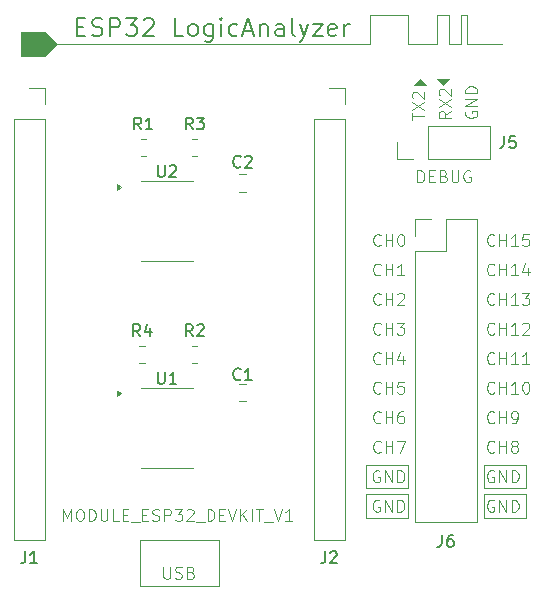
<source format=gbr>
%TF.GenerationSoftware,KiCad,Pcbnew,9.0.3-9.0.3-0~ubuntu24.04.1*%
%TF.CreationDate,2025-07-14T18:48:31-05:00*%
%TF.ProjectId,ESP32_LogicAnalyzer,45535033-325f-44c6-9f67-6963416e616c,rev?*%
%TF.SameCoordinates,Original*%
%TF.FileFunction,Legend,Top*%
%TF.FilePolarity,Positive*%
%FSLAX46Y46*%
G04 Gerber Fmt 4.6, Leading zero omitted, Abs format (unit mm)*
G04 Created by KiCad (PCBNEW 9.0.3-9.0.3-0~ubuntu24.04.1) date 2025-07-14 18:48:31*
%MOMM*%
%LPD*%
G01*
G04 APERTURE LIST*
%ADD10C,0.100000*%
%ADD11C,0.200000*%
%ADD12C,0.150000*%
%ADD13C,0.120000*%
G04 APERTURE END LIST*
D10*
X171300693Y-113036038D02*
X171205455Y-112988419D01*
X171205455Y-112988419D02*
X171062598Y-112988419D01*
X171062598Y-112988419D02*
X170919741Y-113036038D01*
X170919741Y-113036038D02*
X170824503Y-113131276D01*
X170824503Y-113131276D02*
X170776884Y-113226514D01*
X170776884Y-113226514D02*
X170729265Y-113416990D01*
X170729265Y-113416990D02*
X170729265Y-113559847D01*
X170729265Y-113559847D02*
X170776884Y-113750323D01*
X170776884Y-113750323D02*
X170824503Y-113845561D01*
X170824503Y-113845561D02*
X170919741Y-113940800D01*
X170919741Y-113940800D02*
X171062598Y-113988419D01*
X171062598Y-113988419D02*
X171157836Y-113988419D01*
X171157836Y-113988419D02*
X171300693Y-113940800D01*
X171300693Y-113940800D02*
X171348312Y-113893180D01*
X171348312Y-113893180D02*
X171348312Y-113559847D01*
X171348312Y-113559847D02*
X171157836Y-113559847D01*
X171776884Y-113988419D02*
X171776884Y-112988419D01*
X171776884Y-112988419D02*
X172348312Y-113988419D01*
X172348312Y-113988419D02*
X172348312Y-112988419D01*
X172824503Y-113988419D02*
X172824503Y-112988419D01*
X172824503Y-112988419D02*
X173062598Y-112988419D01*
X173062598Y-112988419D02*
X173205455Y-113036038D01*
X173205455Y-113036038D02*
X173300693Y-113131276D01*
X173300693Y-113131276D02*
X173348312Y-113226514D01*
X173348312Y-113226514D02*
X173395931Y-113416990D01*
X173395931Y-113416990D02*
X173395931Y-113559847D01*
X173395931Y-113559847D02*
X173348312Y-113750323D01*
X173348312Y-113750323D02*
X173300693Y-113845561D01*
X173300693Y-113845561D02*
X173205455Y-113940800D01*
X173205455Y-113940800D02*
X173062598Y-113988419D01*
X173062598Y-113988419D02*
X172824503Y-113988419D01*
X171300693Y-110536038D02*
X171205455Y-110488419D01*
X171205455Y-110488419D02*
X171062598Y-110488419D01*
X171062598Y-110488419D02*
X170919741Y-110536038D01*
X170919741Y-110536038D02*
X170824503Y-110631276D01*
X170824503Y-110631276D02*
X170776884Y-110726514D01*
X170776884Y-110726514D02*
X170729265Y-110916990D01*
X170729265Y-110916990D02*
X170729265Y-111059847D01*
X170729265Y-111059847D02*
X170776884Y-111250323D01*
X170776884Y-111250323D02*
X170824503Y-111345561D01*
X170824503Y-111345561D02*
X170919741Y-111440800D01*
X170919741Y-111440800D02*
X171062598Y-111488419D01*
X171062598Y-111488419D02*
X171157836Y-111488419D01*
X171157836Y-111488419D02*
X171300693Y-111440800D01*
X171300693Y-111440800D02*
X171348312Y-111393180D01*
X171348312Y-111393180D02*
X171348312Y-111059847D01*
X171348312Y-111059847D02*
X171157836Y-111059847D01*
X171776884Y-111488419D02*
X171776884Y-110488419D01*
X171776884Y-110488419D02*
X172348312Y-111488419D01*
X172348312Y-111488419D02*
X172348312Y-110488419D01*
X172824503Y-111488419D02*
X172824503Y-110488419D01*
X172824503Y-110488419D02*
X173062598Y-110488419D01*
X173062598Y-110488419D02*
X173205455Y-110536038D01*
X173205455Y-110536038D02*
X173300693Y-110631276D01*
X173300693Y-110631276D02*
X173348312Y-110726514D01*
X173348312Y-110726514D02*
X173395931Y-110916990D01*
X173395931Y-110916990D02*
X173395931Y-111059847D01*
X173395931Y-111059847D02*
X173348312Y-111250323D01*
X173348312Y-111250323D02*
X173300693Y-111345561D01*
X173300693Y-111345561D02*
X173205455Y-111440800D01*
X173205455Y-111440800D02*
X173062598Y-111488419D01*
X173062598Y-111488419D02*
X172824503Y-111488419D01*
X160500000Y-110000000D02*
X164000000Y-110000000D01*
X164000000Y-112000000D01*
X160500000Y-112000000D01*
X160500000Y-110000000D01*
X160500000Y-112500000D02*
X164000000Y-112500000D01*
X164000000Y-114500000D01*
X160500000Y-114500000D01*
X160500000Y-112500000D01*
X170500000Y-112500000D02*
X174000000Y-112500000D01*
X174000000Y-114500000D01*
X170500000Y-114500000D01*
X170500000Y-112500000D01*
X170500000Y-110000000D02*
X174000000Y-110000000D01*
X174000000Y-112000000D01*
X170500000Y-112000000D01*
X170500000Y-110000000D01*
X167529000Y-74394800D02*
X168529000Y-74394800D01*
X160779000Y-71894800D02*
X164029000Y-71894800D01*
X164029000Y-73894800D02*
X164029000Y-74394800D01*
X134279000Y-74394800D02*
X160779000Y-74394800D01*
X164029000Y-71894800D02*
X164029000Y-73894800D01*
X164029000Y-74394800D02*
X166529000Y-74394800D01*
X167529000Y-74394800D02*
X167529000Y-71894800D01*
X169029000Y-74394800D02*
X172029000Y-74394800D01*
X166529000Y-71894800D02*
X167529000Y-71894800D01*
X160779000Y-74394800D02*
X160779000Y-71894800D01*
X168529000Y-71894800D02*
X169029000Y-71894800D01*
X168529000Y-74394800D02*
X168529000Y-71894800D01*
X134279000Y-74394800D02*
X133279000Y-75394800D01*
X131279000Y-75394800D01*
X131279000Y-73394800D01*
X133279000Y-73394800D01*
X134279000Y-74394800D01*
G36*
X134279000Y-74394800D02*
G01*
X133279000Y-75394800D01*
X131279000Y-75394800D01*
X131279000Y-73394800D01*
X133279000Y-73394800D01*
X134279000Y-74394800D01*
G37*
X169029000Y-71894800D02*
X169029000Y-74394800D01*
D11*
X136017720Y-72915114D02*
X136517720Y-72915114D01*
X136732006Y-73700828D02*
X136017720Y-73700828D01*
X136017720Y-73700828D02*
X136017720Y-72200828D01*
X136017720Y-72200828D02*
X136732006Y-72200828D01*
X137303435Y-73629400D02*
X137517721Y-73700828D01*
X137517721Y-73700828D02*
X137874863Y-73700828D01*
X137874863Y-73700828D02*
X138017721Y-73629400D01*
X138017721Y-73629400D02*
X138089149Y-73557971D01*
X138089149Y-73557971D02*
X138160578Y-73415114D01*
X138160578Y-73415114D02*
X138160578Y-73272257D01*
X138160578Y-73272257D02*
X138089149Y-73129400D01*
X138089149Y-73129400D02*
X138017721Y-73057971D01*
X138017721Y-73057971D02*
X137874863Y-72986542D01*
X137874863Y-72986542D02*
X137589149Y-72915114D01*
X137589149Y-72915114D02*
X137446292Y-72843685D01*
X137446292Y-72843685D02*
X137374863Y-72772257D01*
X137374863Y-72772257D02*
X137303435Y-72629400D01*
X137303435Y-72629400D02*
X137303435Y-72486542D01*
X137303435Y-72486542D02*
X137374863Y-72343685D01*
X137374863Y-72343685D02*
X137446292Y-72272257D01*
X137446292Y-72272257D02*
X137589149Y-72200828D01*
X137589149Y-72200828D02*
X137946292Y-72200828D01*
X137946292Y-72200828D02*
X138160578Y-72272257D01*
X138803434Y-73700828D02*
X138803434Y-72200828D01*
X138803434Y-72200828D02*
X139374863Y-72200828D01*
X139374863Y-72200828D02*
X139517720Y-72272257D01*
X139517720Y-72272257D02*
X139589149Y-72343685D01*
X139589149Y-72343685D02*
X139660577Y-72486542D01*
X139660577Y-72486542D02*
X139660577Y-72700828D01*
X139660577Y-72700828D02*
X139589149Y-72843685D01*
X139589149Y-72843685D02*
X139517720Y-72915114D01*
X139517720Y-72915114D02*
X139374863Y-72986542D01*
X139374863Y-72986542D02*
X138803434Y-72986542D01*
X140160577Y-72200828D02*
X141089149Y-72200828D01*
X141089149Y-72200828D02*
X140589149Y-72772257D01*
X140589149Y-72772257D02*
X140803434Y-72772257D01*
X140803434Y-72772257D02*
X140946292Y-72843685D01*
X140946292Y-72843685D02*
X141017720Y-72915114D01*
X141017720Y-72915114D02*
X141089149Y-73057971D01*
X141089149Y-73057971D02*
X141089149Y-73415114D01*
X141089149Y-73415114D02*
X141017720Y-73557971D01*
X141017720Y-73557971D02*
X140946292Y-73629400D01*
X140946292Y-73629400D02*
X140803434Y-73700828D01*
X140803434Y-73700828D02*
X140374863Y-73700828D01*
X140374863Y-73700828D02*
X140232006Y-73629400D01*
X140232006Y-73629400D02*
X140160577Y-73557971D01*
X141660577Y-72343685D02*
X141732005Y-72272257D01*
X141732005Y-72272257D02*
X141874863Y-72200828D01*
X141874863Y-72200828D02*
X142232005Y-72200828D01*
X142232005Y-72200828D02*
X142374863Y-72272257D01*
X142374863Y-72272257D02*
X142446291Y-72343685D01*
X142446291Y-72343685D02*
X142517720Y-72486542D01*
X142517720Y-72486542D02*
X142517720Y-72629400D01*
X142517720Y-72629400D02*
X142446291Y-72843685D01*
X142446291Y-72843685D02*
X141589148Y-73700828D01*
X141589148Y-73700828D02*
X142517720Y-73700828D01*
X145017719Y-73700828D02*
X144303433Y-73700828D01*
X144303433Y-73700828D02*
X144303433Y-72200828D01*
X145732005Y-73700828D02*
X145589148Y-73629400D01*
X145589148Y-73629400D02*
X145517719Y-73557971D01*
X145517719Y-73557971D02*
X145446291Y-73415114D01*
X145446291Y-73415114D02*
X145446291Y-72986542D01*
X145446291Y-72986542D02*
X145517719Y-72843685D01*
X145517719Y-72843685D02*
X145589148Y-72772257D01*
X145589148Y-72772257D02*
X145732005Y-72700828D01*
X145732005Y-72700828D02*
X145946291Y-72700828D01*
X145946291Y-72700828D02*
X146089148Y-72772257D01*
X146089148Y-72772257D02*
X146160577Y-72843685D01*
X146160577Y-72843685D02*
X146232005Y-72986542D01*
X146232005Y-72986542D02*
X146232005Y-73415114D01*
X146232005Y-73415114D02*
X146160577Y-73557971D01*
X146160577Y-73557971D02*
X146089148Y-73629400D01*
X146089148Y-73629400D02*
X145946291Y-73700828D01*
X145946291Y-73700828D02*
X145732005Y-73700828D01*
X147517720Y-72700828D02*
X147517720Y-73915114D01*
X147517720Y-73915114D02*
X147446291Y-74057971D01*
X147446291Y-74057971D02*
X147374862Y-74129400D01*
X147374862Y-74129400D02*
X147232005Y-74200828D01*
X147232005Y-74200828D02*
X147017720Y-74200828D01*
X147017720Y-74200828D02*
X146874862Y-74129400D01*
X147517720Y-73629400D02*
X147374862Y-73700828D01*
X147374862Y-73700828D02*
X147089148Y-73700828D01*
X147089148Y-73700828D02*
X146946291Y-73629400D01*
X146946291Y-73629400D02*
X146874862Y-73557971D01*
X146874862Y-73557971D02*
X146803434Y-73415114D01*
X146803434Y-73415114D02*
X146803434Y-72986542D01*
X146803434Y-72986542D02*
X146874862Y-72843685D01*
X146874862Y-72843685D02*
X146946291Y-72772257D01*
X146946291Y-72772257D02*
X147089148Y-72700828D01*
X147089148Y-72700828D02*
X147374862Y-72700828D01*
X147374862Y-72700828D02*
X147517720Y-72772257D01*
X148232005Y-73700828D02*
X148232005Y-72700828D01*
X148232005Y-72200828D02*
X148160577Y-72272257D01*
X148160577Y-72272257D02*
X148232005Y-72343685D01*
X148232005Y-72343685D02*
X148303434Y-72272257D01*
X148303434Y-72272257D02*
X148232005Y-72200828D01*
X148232005Y-72200828D02*
X148232005Y-72343685D01*
X149589149Y-73629400D02*
X149446291Y-73700828D01*
X149446291Y-73700828D02*
X149160577Y-73700828D01*
X149160577Y-73700828D02*
X149017720Y-73629400D01*
X149017720Y-73629400D02*
X148946291Y-73557971D01*
X148946291Y-73557971D02*
X148874863Y-73415114D01*
X148874863Y-73415114D02*
X148874863Y-72986542D01*
X148874863Y-72986542D02*
X148946291Y-72843685D01*
X148946291Y-72843685D02*
X149017720Y-72772257D01*
X149017720Y-72772257D02*
X149160577Y-72700828D01*
X149160577Y-72700828D02*
X149446291Y-72700828D01*
X149446291Y-72700828D02*
X149589149Y-72772257D01*
X150160577Y-73272257D02*
X150874863Y-73272257D01*
X150017720Y-73700828D02*
X150517720Y-72200828D01*
X150517720Y-72200828D02*
X151017720Y-73700828D01*
X151517719Y-72700828D02*
X151517719Y-73700828D01*
X151517719Y-72843685D02*
X151589148Y-72772257D01*
X151589148Y-72772257D02*
X151732005Y-72700828D01*
X151732005Y-72700828D02*
X151946291Y-72700828D01*
X151946291Y-72700828D02*
X152089148Y-72772257D01*
X152089148Y-72772257D02*
X152160577Y-72915114D01*
X152160577Y-72915114D02*
X152160577Y-73700828D01*
X153517720Y-73700828D02*
X153517720Y-72915114D01*
X153517720Y-72915114D02*
X153446291Y-72772257D01*
X153446291Y-72772257D02*
X153303434Y-72700828D01*
X153303434Y-72700828D02*
X153017720Y-72700828D01*
X153017720Y-72700828D02*
X152874862Y-72772257D01*
X153517720Y-73629400D02*
X153374862Y-73700828D01*
X153374862Y-73700828D02*
X153017720Y-73700828D01*
X153017720Y-73700828D02*
X152874862Y-73629400D01*
X152874862Y-73629400D02*
X152803434Y-73486542D01*
X152803434Y-73486542D02*
X152803434Y-73343685D01*
X152803434Y-73343685D02*
X152874862Y-73200828D01*
X152874862Y-73200828D02*
X153017720Y-73129400D01*
X153017720Y-73129400D02*
X153374862Y-73129400D01*
X153374862Y-73129400D02*
X153517720Y-73057971D01*
X154446291Y-73700828D02*
X154303434Y-73629400D01*
X154303434Y-73629400D02*
X154232005Y-73486542D01*
X154232005Y-73486542D02*
X154232005Y-72200828D01*
X154874862Y-72700828D02*
X155232005Y-73700828D01*
X155589148Y-72700828D02*
X155232005Y-73700828D01*
X155232005Y-73700828D02*
X155089148Y-74057971D01*
X155089148Y-74057971D02*
X155017719Y-74129400D01*
X155017719Y-74129400D02*
X154874862Y-74200828D01*
X156017719Y-72700828D02*
X156803434Y-72700828D01*
X156803434Y-72700828D02*
X156017719Y-73700828D01*
X156017719Y-73700828D02*
X156803434Y-73700828D01*
X157946291Y-73629400D02*
X157803434Y-73700828D01*
X157803434Y-73700828D02*
X157517720Y-73700828D01*
X157517720Y-73700828D02*
X157374862Y-73629400D01*
X157374862Y-73629400D02*
X157303434Y-73486542D01*
X157303434Y-73486542D02*
X157303434Y-72915114D01*
X157303434Y-72915114D02*
X157374862Y-72772257D01*
X157374862Y-72772257D02*
X157517720Y-72700828D01*
X157517720Y-72700828D02*
X157803434Y-72700828D01*
X157803434Y-72700828D02*
X157946291Y-72772257D01*
X157946291Y-72772257D02*
X158017720Y-72915114D01*
X158017720Y-72915114D02*
X158017720Y-73057971D01*
X158017720Y-73057971D02*
X157303434Y-73200828D01*
X158660576Y-73700828D02*
X158660576Y-72700828D01*
X158660576Y-72986542D02*
X158732005Y-72843685D01*
X158732005Y-72843685D02*
X158803434Y-72772257D01*
X158803434Y-72772257D02*
X158946291Y-72700828D01*
X158946291Y-72700828D02*
X159089148Y-72700828D01*
D10*
X166529000Y-74394800D02*
X166529000Y-71894800D01*
X167529000Y-71894800D02*
X167529000Y-74394800D01*
X167023000Y-77887400D02*
X166523000Y-77387400D01*
X167523000Y-77387400D01*
X167023000Y-77887400D01*
G36*
X167023000Y-77887400D02*
G01*
X166523000Y-77387400D01*
X167523000Y-77387400D01*
X167023000Y-77887400D01*
G37*
X165523000Y-77887400D02*
X164523000Y-77887400D01*
X165023000Y-77387400D01*
X165523000Y-77887400D01*
G36*
X165523000Y-77887400D02*
G01*
X164523000Y-77887400D01*
X165023000Y-77387400D01*
X165523000Y-77887400D01*
G37*
X141318000Y-116394800D02*
X148029000Y-116394800D01*
X148029000Y-120284800D01*
X141318000Y-120284800D01*
X141318000Y-116394800D01*
X143332884Y-118657219D02*
X143332884Y-119466742D01*
X143332884Y-119466742D02*
X143380503Y-119561980D01*
X143380503Y-119561980D02*
X143428122Y-119609600D01*
X143428122Y-119609600D02*
X143523360Y-119657219D01*
X143523360Y-119657219D02*
X143713836Y-119657219D01*
X143713836Y-119657219D02*
X143809074Y-119609600D01*
X143809074Y-119609600D02*
X143856693Y-119561980D01*
X143856693Y-119561980D02*
X143904312Y-119466742D01*
X143904312Y-119466742D02*
X143904312Y-118657219D01*
X144332884Y-119609600D02*
X144475741Y-119657219D01*
X144475741Y-119657219D02*
X144713836Y-119657219D01*
X144713836Y-119657219D02*
X144809074Y-119609600D01*
X144809074Y-119609600D02*
X144856693Y-119561980D01*
X144856693Y-119561980D02*
X144904312Y-119466742D01*
X144904312Y-119466742D02*
X144904312Y-119371504D01*
X144904312Y-119371504D02*
X144856693Y-119276266D01*
X144856693Y-119276266D02*
X144809074Y-119228647D01*
X144809074Y-119228647D02*
X144713836Y-119181028D01*
X144713836Y-119181028D02*
X144523360Y-119133409D01*
X144523360Y-119133409D02*
X144428122Y-119085790D01*
X144428122Y-119085790D02*
X144380503Y-119038171D01*
X144380503Y-119038171D02*
X144332884Y-118942933D01*
X144332884Y-118942933D02*
X144332884Y-118847695D01*
X144332884Y-118847695D02*
X144380503Y-118752457D01*
X144380503Y-118752457D02*
X144428122Y-118704838D01*
X144428122Y-118704838D02*
X144523360Y-118657219D01*
X144523360Y-118657219D02*
X144761455Y-118657219D01*
X144761455Y-118657219D02*
X144904312Y-118704838D01*
X145666217Y-119133409D02*
X145809074Y-119181028D01*
X145809074Y-119181028D02*
X145856693Y-119228647D01*
X145856693Y-119228647D02*
X145904312Y-119323885D01*
X145904312Y-119323885D02*
X145904312Y-119466742D01*
X145904312Y-119466742D02*
X145856693Y-119561980D01*
X145856693Y-119561980D02*
X145809074Y-119609600D01*
X145809074Y-119609600D02*
X145713836Y-119657219D01*
X145713836Y-119657219D02*
X145332884Y-119657219D01*
X145332884Y-119657219D02*
X145332884Y-118657219D01*
X145332884Y-118657219D02*
X145666217Y-118657219D01*
X145666217Y-118657219D02*
X145761455Y-118704838D01*
X145761455Y-118704838D02*
X145809074Y-118752457D01*
X145809074Y-118752457D02*
X145856693Y-118847695D01*
X145856693Y-118847695D02*
X145856693Y-118942933D01*
X145856693Y-118942933D02*
X145809074Y-119038171D01*
X145809074Y-119038171D02*
X145761455Y-119085790D01*
X145761455Y-119085790D02*
X145666217Y-119133409D01*
X145666217Y-119133409D02*
X145332884Y-119133409D01*
X161716734Y-96393180D02*
X161669115Y-96440800D01*
X161669115Y-96440800D02*
X161526258Y-96488419D01*
X161526258Y-96488419D02*
X161431020Y-96488419D01*
X161431020Y-96488419D02*
X161288163Y-96440800D01*
X161288163Y-96440800D02*
X161192925Y-96345561D01*
X161192925Y-96345561D02*
X161145306Y-96250323D01*
X161145306Y-96250323D02*
X161097687Y-96059847D01*
X161097687Y-96059847D02*
X161097687Y-95916990D01*
X161097687Y-95916990D02*
X161145306Y-95726514D01*
X161145306Y-95726514D02*
X161192925Y-95631276D01*
X161192925Y-95631276D02*
X161288163Y-95536038D01*
X161288163Y-95536038D02*
X161431020Y-95488419D01*
X161431020Y-95488419D02*
X161526258Y-95488419D01*
X161526258Y-95488419D02*
X161669115Y-95536038D01*
X161669115Y-95536038D02*
X161716734Y-95583657D01*
X162145306Y-96488419D02*
X162145306Y-95488419D01*
X162145306Y-95964609D02*
X162716734Y-95964609D01*
X162716734Y-96488419D02*
X162716734Y-95488419D01*
X163145306Y-95583657D02*
X163192925Y-95536038D01*
X163192925Y-95536038D02*
X163288163Y-95488419D01*
X163288163Y-95488419D02*
X163526258Y-95488419D01*
X163526258Y-95488419D02*
X163621496Y-95536038D01*
X163621496Y-95536038D02*
X163669115Y-95583657D01*
X163669115Y-95583657D02*
X163716734Y-95678895D01*
X163716734Y-95678895D02*
X163716734Y-95774133D01*
X163716734Y-95774133D02*
X163669115Y-95916990D01*
X163669115Y-95916990D02*
X163097687Y-96488419D01*
X163097687Y-96488419D02*
X163716734Y-96488419D01*
X164826884Y-86097319D02*
X164826884Y-85097319D01*
X164826884Y-85097319D02*
X165064979Y-85097319D01*
X165064979Y-85097319D02*
X165207836Y-85144938D01*
X165207836Y-85144938D02*
X165303074Y-85240176D01*
X165303074Y-85240176D02*
X165350693Y-85335414D01*
X165350693Y-85335414D02*
X165398312Y-85525890D01*
X165398312Y-85525890D02*
X165398312Y-85668747D01*
X165398312Y-85668747D02*
X165350693Y-85859223D01*
X165350693Y-85859223D02*
X165303074Y-85954461D01*
X165303074Y-85954461D02*
X165207836Y-86049700D01*
X165207836Y-86049700D02*
X165064979Y-86097319D01*
X165064979Y-86097319D02*
X164826884Y-86097319D01*
X165826884Y-85573509D02*
X166160217Y-85573509D01*
X166303074Y-86097319D02*
X165826884Y-86097319D01*
X165826884Y-86097319D02*
X165826884Y-85097319D01*
X165826884Y-85097319D02*
X166303074Y-85097319D01*
X167064979Y-85573509D02*
X167207836Y-85621128D01*
X167207836Y-85621128D02*
X167255455Y-85668747D01*
X167255455Y-85668747D02*
X167303074Y-85763985D01*
X167303074Y-85763985D02*
X167303074Y-85906842D01*
X167303074Y-85906842D02*
X167255455Y-86002080D01*
X167255455Y-86002080D02*
X167207836Y-86049700D01*
X167207836Y-86049700D02*
X167112598Y-86097319D01*
X167112598Y-86097319D02*
X166731646Y-86097319D01*
X166731646Y-86097319D02*
X166731646Y-85097319D01*
X166731646Y-85097319D02*
X167064979Y-85097319D01*
X167064979Y-85097319D02*
X167160217Y-85144938D01*
X167160217Y-85144938D02*
X167207836Y-85192557D01*
X167207836Y-85192557D02*
X167255455Y-85287795D01*
X167255455Y-85287795D02*
X167255455Y-85383033D01*
X167255455Y-85383033D02*
X167207836Y-85478271D01*
X167207836Y-85478271D02*
X167160217Y-85525890D01*
X167160217Y-85525890D02*
X167064979Y-85573509D01*
X167064979Y-85573509D02*
X166731646Y-85573509D01*
X167731646Y-85097319D02*
X167731646Y-85906842D01*
X167731646Y-85906842D02*
X167779265Y-86002080D01*
X167779265Y-86002080D02*
X167826884Y-86049700D01*
X167826884Y-86049700D02*
X167922122Y-86097319D01*
X167922122Y-86097319D02*
X168112598Y-86097319D01*
X168112598Y-86097319D02*
X168207836Y-86049700D01*
X168207836Y-86049700D02*
X168255455Y-86002080D01*
X168255455Y-86002080D02*
X168303074Y-85906842D01*
X168303074Y-85906842D02*
X168303074Y-85097319D01*
X169303074Y-85144938D02*
X169207836Y-85097319D01*
X169207836Y-85097319D02*
X169064979Y-85097319D01*
X169064979Y-85097319D02*
X168922122Y-85144938D01*
X168922122Y-85144938D02*
X168826884Y-85240176D01*
X168826884Y-85240176D02*
X168779265Y-85335414D01*
X168779265Y-85335414D02*
X168731646Y-85525890D01*
X168731646Y-85525890D02*
X168731646Y-85668747D01*
X168731646Y-85668747D02*
X168779265Y-85859223D01*
X168779265Y-85859223D02*
X168826884Y-85954461D01*
X168826884Y-85954461D02*
X168922122Y-86049700D01*
X168922122Y-86049700D02*
X169064979Y-86097319D01*
X169064979Y-86097319D02*
X169160217Y-86097319D01*
X169160217Y-86097319D02*
X169303074Y-86049700D01*
X169303074Y-86049700D02*
X169350693Y-86002080D01*
X169350693Y-86002080D02*
X169350693Y-85668747D01*
X169350693Y-85668747D02*
X169160217Y-85668747D01*
X161716734Y-101393180D02*
X161669115Y-101440800D01*
X161669115Y-101440800D02*
X161526258Y-101488419D01*
X161526258Y-101488419D02*
X161431020Y-101488419D01*
X161431020Y-101488419D02*
X161288163Y-101440800D01*
X161288163Y-101440800D02*
X161192925Y-101345561D01*
X161192925Y-101345561D02*
X161145306Y-101250323D01*
X161145306Y-101250323D02*
X161097687Y-101059847D01*
X161097687Y-101059847D02*
X161097687Y-100916990D01*
X161097687Y-100916990D02*
X161145306Y-100726514D01*
X161145306Y-100726514D02*
X161192925Y-100631276D01*
X161192925Y-100631276D02*
X161288163Y-100536038D01*
X161288163Y-100536038D02*
X161431020Y-100488419D01*
X161431020Y-100488419D02*
X161526258Y-100488419D01*
X161526258Y-100488419D02*
X161669115Y-100536038D01*
X161669115Y-100536038D02*
X161716734Y-100583657D01*
X162145306Y-101488419D02*
X162145306Y-100488419D01*
X162145306Y-100964609D02*
X162716734Y-100964609D01*
X162716734Y-101488419D02*
X162716734Y-100488419D01*
X163621496Y-100821752D02*
X163621496Y-101488419D01*
X163383401Y-100440800D02*
X163145306Y-101155085D01*
X163145306Y-101155085D02*
X163764353Y-101155085D01*
X161716734Y-98893180D02*
X161669115Y-98940800D01*
X161669115Y-98940800D02*
X161526258Y-98988419D01*
X161526258Y-98988419D02*
X161431020Y-98988419D01*
X161431020Y-98988419D02*
X161288163Y-98940800D01*
X161288163Y-98940800D02*
X161192925Y-98845561D01*
X161192925Y-98845561D02*
X161145306Y-98750323D01*
X161145306Y-98750323D02*
X161097687Y-98559847D01*
X161097687Y-98559847D02*
X161097687Y-98416990D01*
X161097687Y-98416990D02*
X161145306Y-98226514D01*
X161145306Y-98226514D02*
X161192925Y-98131276D01*
X161192925Y-98131276D02*
X161288163Y-98036038D01*
X161288163Y-98036038D02*
X161431020Y-97988419D01*
X161431020Y-97988419D02*
X161526258Y-97988419D01*
X161526258Y-97988419D02*
X161669115Y-98036038D01*
X161669115Y-98036038D02*
X161716734Y-98083657D01*
X162145306Y-98988419D02*
X162145306Y-97988419D01*
X162145306Y-98464609D02*
X162716734Y-98464609D01*
X162716734Y-98988419D02*
X162716734Y-97988419D01*
X163097687Y-97988419D02*
X163716734Y-97988419D01*
X163716734Y-97988419D02*
X163383401Y-98369371D01*
X163383401Y-98369371D02*
X163526258Y-98369371D01*
X163526258Y-98369371D02*
X163621496Y-98416990D01*
X163621496Y-98416990D02*
X163669115Y-98464609D01*
X163669115Y-98464609D02*
X163716734Y-98559847D01*
X163716734Y-98559847D02*
X163716734Y-98797942D01*
X163716734Y-98797942D02*
X163669115Y-98893180D01*
X163669115Y-98893180D02*
X163621496Y-98940800D01*
X163621496Y-98940800D02*
X163526258Y-98988419D01*
X163526258Y-98988419D02*
X163240544Y-98988419D01*
X163240544Y-98988419D02*
X163145306Y-98940800D01*
X163145306Y-98940800D02*
X163097687Y-98893180D01*
X171348312Y-106393180D02*
X171300693Y-106440800D01*
X171300693Y-106440800D02*
X171157836Y-106488419D01*
X171157836Y-106488419D02*
X171062598Y-106488419D01*
X171062598Y-106488419D02*
X170919741Y-106440800D01*
X170919741Y-106440800D02*
X170824503Y-106345561D01*
X170824503Y-106345561D02*
X170776884Y-106250323D01*
X170776884Y-106250323D02*
X170729265Y-106059847D01*
X170729265Y-106059847D02*
X170729265Y-105916990D01*
X170729265Y-105916990D02*
X170776884Y-105726514D01*
X170776884Y-105726514D02*
X170824503Y-105631276D01*
X170824503Y-105631276D02*
X170919741Y-105536038D01*
X170919741Y-105536038D02*
X171062598Y-105488419D01*
X171062598Y-105488419D02*
X171157836Y-105488419D01*
X171157836Y-105488419D02*
X171300693Y-105536038D01*
X171300693Y-105536038D02*
X171348312Y-105583657D01*
X171776884Y-106488419D02*
X171776884Y-105488419D01*
X171776884Y-105964609D02*
X172348312Y-105964609D01*
X172348312Y-106488419D02*
X172348312Y-105488419D01*
X172872122Y-106488419D02*
X173062598Y-106488419D01*
X173062598Y-106488419D02*
X173157836Y-106440800D01*
X173157836Y-106440800D02*
X173205455Y-106393180D01*
X173205455Y-106393180D02*
X173300693Y-106250323D01*
X173300693Y-106250323D02*
X173348312Y-106059847D01*
X173348312Y-106059847D02*
X173348312Y-105678895D01*
X173348312Y-105678895D02*
X173300693Y-105583657D01*
X173300693Y-105583657D02*
X173253074Y-105536038D01*
X173253074Y-105536038D02*
X173157836Y-105488419D01*
X173157836Y-105488419D02*
X172967360Y-105488419D01*
X172967360Y-105488419D02*
X172872122Y-105536038D01*
X172872122Y-105536038D02*
X172824503Y-105583657D01*
X172824503Y-105583657D02*
X172776884Y-105678895D01*
X172776884Y-105678895D02*
X172776884Y-105916990D01*
X172776884Y-105916990D02*
X172824503Y-106012228D01*
X172824503Y-106012228D02*
X172872122Y-106059847D01*
X172872122Y-106059847D02*
X172967360Y-106107466D01*
X172967360Y-106107466D02*
X173157836Y-106107466D01*
X173157836Y-106107466D02*
X173253074Y-106059847D01*
X173253074Y-106059847D02*
X173300693Y-106012228D01*
X173300693Y-106012228D02*
X173348312Y-105916990D01*
X161621496Y-113036038D02*
X161526258Y-112988419D01*
X161526258Y-112988419D02*
X161383401Y-112988419D01*
X161383401Y-112988419D02*
X161240544Y-113036038D01*
X161240544Y-113036038D02*
X161145306Y-113131276D01*
X161145306Y-113131276D02*
X161097687Y-113226514D01*
X161097687Y-113226514D02*
X161050068Y-113416990D01*
X161050068Y-113416990D02*
X161050068Y-113559847D01*
X161050068Y-113559847D02*
X161097687Y-113750323D01*
X161097687Y-113750323D02*
X161145306Y-113845561D01*
X161145306Y-113845561D02*
X161240544Y-113940800D01*
X161240544Y-113940800D02*
X161383401Y-113988419D01*
X161383401Y-113988419D02*
X161478639Y-113988419D01*
X161478639Y-113988419D02*
X161621496Y-113940800D01*
X161621496Y-113940800D02*
X161669115Y-113893180D01*
X161669115Y-113893180D02*
X161669115Y-113559847D01*
X161669115Y-113559847D02*
X161478639Y-113559847D01*
X162097687Y-113988419D02*
X162097687Y-112988419D01*
X162097687Y-112988419D02*
X162669115Y-113988419D01*
X162669115Y-113988419D02*
X162669115Y-112988419D01*
X163145306Y-113988419D02*
X163145306Y-112988419D01*
X163145306Y-112988419D02*
X163383401Y-112988419D01*
X163383401Y-112988419D02*
X163526258Y-113036038D01*
X163526258Y-113036038D02*
X163621496Y-113131276D01*
X163621496Y-113131276D02*
X163669115Y-113226514D01*
X163669115Y-113226514D02*
X163716734Y-113416990D01*
X163716734Y-113416990D02*
X163716734Y-113559847D01*
X163716734Y-113559847D02*
X163669115Y-113750323D01*
X163669115Y-113750323D02*
X163621496Y-113845561D01*
X163621496Y-113845561D02*
X163526258Y-113940800D01*
X163526258Y-113940800D02*
X163383401Y-113988419D01*
X163383401Y-113988419D02*
X163145306Y-113988419D01*
X161716734Y-106393180D02*
X161669115Y-106440800D01*
X161669115Y-106440800D02*
X161526258Y-106488419D01*
X161526258Y-106488419D02*
X161431020Y-106488419D01*
X161431020Y-106488419D02*
X161288163Y-106440800D01*
X161288163Y-106440800D02*
X161192925Y-106345561D01*
X161192925Y-106345561D02*
X161145306Y-106250323D01*
X161145306Y-106250323D02*
X161097687Y-106059847D01*
X161097687Y-106059847D02*
X161097687Y-105916990D01*
X161097687Y-105916990D02*
X161145306Y-105726514D01*
X161145306Y-105726514D02*
X161192925Y-105631276D01*
X161192925Y-105631276D02*
X161288163Y-105536038D01*
X161288163Y-105536038D02*
X161431020Y-105488419D01*
X161431020Y-105488419D02*
X161526258Y-105488419D01*
X161526258Y-105488419D02*
X161669115Y-105536038D01*
X161669115Y-105536038D02*
X161716734Y-105583657D01*
X162145306Y-106488419D02*
X162145306Y-105488419D01*
X162145306Y-105964609D02*
X162716734Y-105964609D01*
X162716734Y-106488419D02*
X162716734Y-105488419D01*
X163621496Y-105488419D02*
X163431020Y-105488419D01*
X163431020Y-105488419D02*
X163335782Y-105536038D01*
X163335782Y-105536038D02*
X163288163Y-105583657D01*
X163288163Y-105583657D02*
X163192925Y-105726514D01*
X163192925Y-105726514D02*
X163145306Y-105916990D01*
X163145306Y-105916990D02*
X163145306Y-106297942D01*
X163145306Y-106297942D02*
X163192925Y-106393180D01*
X163192925Y-106393180D02*
X163240544Y-106440800D01*
X163240544Y-106440800D02*
X163335782Y-106488419D01*
X163335782Y-106488419D02*
X163526258Y-106488419D01*
X163526258Y-106488419D02*
X163621496Y-106440800D01*
X163621496Y-106440800D02*
X163669115Y-106393180D01*
X163669115Y-106393180D02*
X163716734Y-106297942D01*
X163716734Y-106297942D02*
X163716734Y-106059847D01*
X163716734Y-106059847D02*
X163669115Y-105964609D01*
X163669115Y-105964609D02*
X163621496Y-105916990D01*
X163621496Y-105916990D02*
X163526258Y-105869371D01*
X163526258Y-105869371D02*
X163335782Y-105869371D01*
X163335782Y-105869371D02*
X163240544Y-105916990D01*
X163240544Y-105916990D02*
X163192925Y-105964609D01*
X163192925Y-105964609D02*
X163145306Y-106059847D01*
X134832884Y-114767219D02*
X134832884Y-113767219D01*
X134832884Y-113767219D02*
X135166217Y-114481504D01*
X135166217Y-114481504D02*
X135499550Y-113767219D01*
X135499550Y-113767219D02*
X135499550Y-114767219D01*
X136166217Y-113767219D02*
X136356693Y-113767219D01*
X136356693Y-113767219D02*
X136451931Y-113814838D01*
X136451931Y-113814838D02*
X136547169Y-113910076D01*
X136547169Y-113910076D02*
X136594788Y-114100552D01*
X136594788Y-114100552D02*
X136594788Y-114433885D01*
X136594788Y-114433885D02*
X136547169Y-114624361D01*
X136547169Y-114624361D02*
X136451931Y-114719600D01*
X136451931Y-114719600D02*
X136356693Y-114767219D01*
X136356693Y-114767219D02*
X136166217Y-114767219D01*
X136166217Y-114767219D02*
X136070979Y-114719600D01*
X136070979Y-114719600D02*
X135975741Y-114624361D01*
X135975741Y-114624361D02*
X135928122Y-114433885D01*
X135928122Y-114433885D02*
X135928122Y-114100552D01*
X135928122Y-114100552D02*
X135975741Y-113910076D01*
X135975741Y-113910076D02*
X136070979Y-113814838D01*
X136070979Y-113814838D02*
X136166217Y-113767219D01*
X137023360Y-114767219D02*
X137023360Y-113767219D01*
X137023360Y-113767219D02*
X137261455Y-113767219D01*
X137261455Y-113767219D02*
X137404312Y-113814838D01*
X137404312Y-113814838D02*
X137499550Y-113910076D01*
X137499550Y-113910076D02*
X137547169Y-114005314D01*
X137547169Y-114005314D02*
X137594788Y-114195790D01*
X137594788Y-114195790D02*
X137594788Y-114338647D01*
X137594788Y-114338647D02*
X137547169Y-114529123D01*
X137547169Y-114529123D02*
X137499550Y-114624361D01*
X137499550Y-114624361D02*
X137404312Y-114719600D01*
X137404312Y-114719600D02*
X137261455Y-114767219D01*
X137261455Y-114767219D02*
X137023360Y-114767219D01*
X138023360Y-113767219D02*
X138023360Y-114576742D01*
X138023360Y-114576742D02*
X138070979Y-114671980D01*
X138070979Y-114671980D02*
X138118598Y-114719600D01*
X138118598Y-114719600D02*
X138213836Y-114767219D01*
X138213836Y-114767219D02*
X138404312Y-114767219D01*
X138404312Y-114767219D02*
X138499550Y-114719600D01*
X138499550Y-114719600D02*
X138547169Y-114671980D01*
X138547169Y-114671980D02*
X138594788Y-114576742D01*
X138594788Y-114576742D02*
X138594788Y-113767219D01*
X139547169Y-114767219D02*
X139070979Y-114767219D01*
X139070979Y-114767219D02*
X139070979Y-113767219D01*
X139880503Y-114243409D02*
X140213836Y-114243409D01*
X140356693Y-114767219D02*
X139880503Y-114767219D01*
X139880503Y-114767219D02*
X139880503Y-113767219D01*
X139880503Y-113767219D02*
X140356693Y-113767219D01*
X140547170Y-114862457D02*
X141309074Y-114862457D01*
X141547170Y-114243409D02*
X141880503Y-114243409D01*
X142023360Y-114767219D02*
X141547170Y-114767219D01*
X141547170Y-114767219D02*
X141547170Y-113767219D01*
X141547170Y-113767219D02*
X142023360Y-113767219D01*
X142404313Y-114719600D02*
X142547170Y-114767219D01*
X142547170Y-114767219D02*
X142785265Y-114767219D01*
X142785265Y-114767219D02*
X142880503Y-114719600D01*
X142880503Y-114719600D02*
X142928122Y-114671980D01*
X142928122Y-114671980D02*
X142975741Y-114576742D01*
X142975741Y-114576742D02*
X142975741Y-114481504D01*
X142975741Y-114481504D02*
X142928122Y-114386266D01*
X142928122Y-114386266D02*
X142880503Y-114338647D01*
X142880503Y-114338647D02*
X142785265Y-114291028D01*
X142785265Y-114291028D02*
X142594789Y-114243409D01*
X142594789Y-114243409D02*
X142499551Y-114195790D01*
X142499551Y-114195790D02*
X142451932Y-114148171D01*
X142451932Y-114148171D02*
X142404313Y-114052933D01*
X142404313Y-114052933D02*
X142404313Y-113957695D01*
X142404313Y-113957695D02*
X142451932Y-113862457D01*
X142451932Y-113862457D02*
X142499551Y-113814838D01*
X142499551Y-113814838D02*
X142594789Y-113767219D01*
X142594789Y-113767219D02*
X142832884Y-113767219D01*
X142832884Y-113767219D02*
X142975741Y-113814838D01*
X143404313Y-114767219D02*
X143404313Y-113767219D01*
X143404313Y-113767219D02*
X143785265Y-113767219D01*
X143785265Y-113767219D02*
X143880503Y-113814838D01*
X143880503Y-113814838D02*
X143928122Y-113862457D01*
X143928122Y-113862457D02*
X143975741Y-113957695D01*
X143975741Y-113957695D02*
X143975741Y-114100552D01*
X143975741Y-114100552D02*
X143928122Y-114195790D01*
X143928122Y-114195790D02*
X143880503Y-114243409D01*
X143880503Y-114243409D02*
X143785265Y-114291028D01*
X143785265Y-114291028D02*
X143404313Y-114291028D01*
X144309075Y-113767219D02*
X144928122Y-113767219D01*
X144928122Y-113767219D02*
X144594789Y-114148171D01*
X144594789Y-114148171D02*
X144737646Y-114148171D01*
X144737646Y-114148171D02*
X144832884Y-114195790D01*
X144832884Y-114195790D02*
X144880503Y-114243409D01*
X144880503Y-114243409D02*
X144928122Y-114338647D01*
X144928122Y-114338647D02*
X144928122Y-114576742D01*
X144928122Y-114576742D02*
X144880503Y-114671980D01*
X144880503Y-114671980D02*
X144832884Y-114719600D01*
X144832884Y-114719600D02*
X144737646Y-114767219D01*
X144737646Y-114767219D02*
X144451932Y-114767219D01*
X144451932Y-114767219D02*
X144356694Y-114719600D01*
X144356694Y-114719600D02*
X144309075Y-114671980D01*
X145309075Y-113862457D02*
X145356694Y-113814838D01*
X145356694Y-113814838D02*
X145451932Y-113767219D01*
X145451932Y-113767219D02*
X145690027Y-113767219D01*
X145690027Y-113767219D02*
X145785265Y-113814838D01*
X145785265Y-113814838D02*
X145832884Y-113862457D01*
X145832884Y-113862457D02*
X145880503Y-113957695D01*
X145880503Y-113957695D02*
X145880503Y-114052933D01*
X145880503Y-114052933D02*
X145832884Y-114195790D01*
X145832884Y-114195790D02*
X145261456Y-114767219D01*
X145261456Y-114767219D02*
X145880503Y-114767219D01*
X146070980Y-114862457D02*
X146832884Y-114862457D01*
X147070980Y-114767219D02*
X147070980Y-113767219D01*
X147070980Y-113767219D02*
X147309075Y-113767219D01*
X147309075Y-113767219D02*
X147451932Y-113814838D01*
X147451932Y-113814838D02*
X147547170Y-113910076D01*
X147547170Y-113910076D02*
X147594789Y-114005314D01*
X147594789Y-114005314D02*
X147642408Y-114195790D01*
X147642408Y-114195790D02*
X147642408Y-114338647D01*
X147642408Y-114338647D02*
X147594789Y-114529123D01*
X147594789Y-114529123D02*
X147547170Y-114624361D01*
X147547170Y-114624361D02*
X147451932Y-114719600D01*
X147451932Y-114719600D02*
X147309075Y-114767219D01*
X147309075Y-114767219D02*
X147070980Y-114767219D01*
X148070980Y-114243409D02*
X148404313Y-114243409D01*
X148547170Y-114767219D02*
X148070980Y-114767219D01*
X148070980Y-114767219D02*
X148070980Y-113767219D01*
X148070980Y-113767219D02*
X148547170Y-113767219D01*
X148832885Y-113767219D02*
X149166218Y-114767219D01*
X149166218Y-114767219D02*
X149499551Y-113767219D01*
X149832885Y-114767219D02*
X149832885Y-113767219D01*
X150404313Y-114767219D02*
X149975742Y-114195790D01*
X150404313Y-113767219D02*
X149832885Y-114338647D01*
X150832885Y-114767219D02*
X150832885Y-113767219D01*
X151166218Y-113767219D02*
X151737646Y-113767219D01*
X151451932Y-114767219D02*
X151451932Y-113767219D01*
X151832885Y-114862457D02*
X152594789Y-114862457D01*
X152690028Y-113767219D02*
X153023361Y-114767219D01*
X153023361Y-114767219D02*
X153356694Y-113767219D01*
X154213837Y-114767219D02*
X153642409Y-114767219D01*
X153928123Y-114767219D02*
X153928123Y-113767219D01*
X153928123Y-113767219D02*
X153832885Y-113910076D01*
X153832885Y-113910076D02*
X153737647Y-114005314D01*
X153737647Y-114005314D02*
X153642409Y-114052933D01*
X171348312Y-101393180D02*
X171300693Y-101440800D01*
X171300693Y-101440800D02*
X171157836Y-101488419D01*
X171157836Y-101488419D02*
X171062598Y-101488419D01*
X171062598Y-101488419D02*
X170919741Y-101440800D01*
X170919741Y-101440800D02*
X170824503Y-101345561D01*
X170824503Y-101345561D02*
X170776884Y-101250323D01*
X170776884Y-101250323D02*
X170729265Y-101059847D01*
X170729265Y-101059847D02*
X170729265Y-100916990D01*
X170729265Y-100916990D02*
X170776884Y-100726514D01*
X170776884Y-100726514D02*
X170824503Y-100631276D01*
X170824503Y-100631276D02*
X170919741Y-100536038D01*
X170919741Y-100536038D02*
X171062598Y-100488419D01*
X171062598Y-100488419D02*
X171157836Y-100488419D01*
X171157836Y-100488419D02*
X171300693Y-100536038D01*
X171300693Y-100536038D02*
X171348312Y-100583657D01*
X171776884Y-101488419D02*
X171776884Y-100488419D01*
X171776884Y-100964609D02*
X172348312Y-100964609D01*
X172348312Y-101488419D02*
X172348312Y-100488419D01*
X173348312Y-101488419D02*
X172776884Y-101488419D01*
X173062598Y-101488419D02*
X173062598Y-100488419D01*
X173062598Y-100488419D02*
X172967360Y-100631276D01*
X172967360Y-100631276D02*
X172872122Y-100726514D01*
X172872122Y-100726514D02*
X172776884Y-100774133D01*
X174300693Y-101488419D02*
X173729265Y-101488419D01*
X174014979Y-101488419D02*
X174014979Y-100488419D01*
X174014979Y-100488419D02*
X173919741Y-100631276D01*
X173919741Y-100631276D02*
X173824503Y-100726514D01*
X173824503Y-100726514D02*
X173729265Y-100774133D01*
X171348312Y-103893180D02*
X171300693Y-103940800D01*
X171300693Y-103940800D02*
X171157836Y-103988419D01*
X171157836Y-103988419D02*
X171062598Y-103988419D01*
X171062598Y-103988419D02*
X170919741Y-103940800D01*
X170919741Y-103940800D02*
X170824503Y-103845561D01*
X170824503Y-103845561D02*
X170776884Y-103750323D01*
X170776884Y-103750323D02*
X170729265Y-103559847D01*
X170729265Y-103559847D02*
X170729265Y-103416990D01*
X170729265Y-103416990D02*
X170776884Y-103226514D01*
X170776884Y-103226514D02*
X170824503Y-103131276D01*
X170824503Y-103131276D02*
X170919741Y-103036038D01*
X170919741Y-103036038D02*
X171062598Y-102988419D01*
X171062598Y-102988419D02*
X171157836Y-102988419D01*
X171157836Y-102988419D02*
X171300693Y-103036038D01*
X171300693Y-103036038D02*
X171348312Y-103083657D01*
X171776884Y-103988419D02*
X171776884Y-102988419D01*
X171776884Y-103464609D02*
X172348312Y-103464609D01*
X172348312Y-103988419D02*
X172348312Y-102988419D01*
X173348312Y-103988419D02*
X172776884Y-103988419D01*
X173062598Y-103988419D02*
X173062598Y-102988419D01*
X173062598Y-102988419D02*
X172967360Y-103131276D01*
X172967360Y-103131276D02*
X172872122Y-103226514D01*
X172872122Y-103226514D02*
X172776884Y-103274133D01*
X173967360Y-102988419D02*
X174062598Y-102988419D01*
X174062598Y-102988419D02*
X174157836Y-103036038D01*
X174157836Y-103036038D02*
X174205455Y-103083657D01*
X174205455Y-103083657D02*
X174253074Y-103178895D01*
X174253074Y-103178895D02*
X174300693Y-103369371D01*
X174300693Y-103369371D02*
X174300693Y-103607466D01*
X174300693Y-103607466D02*
X174253074Y-103797942D01*
X174253074Y-103797942D02*
X174205455Y-103893180D01*
X174205455Y-103893180D02*
X174157836Y-103940800D01*
X174157836Y-103940800D02*
X174062598Y-103988419D01*
X174062598Y-103988419D02*
X173967360Y-103988419D01*
X173967360Y-103988419D02*
X173872122Y-103940800D01*
X173872122Y-103940800D02*
X173824503Y-103893180D01*
X173824503Y-103893180D02*
X173776884Y-103797942D01*
X173776884Y-103797942D02*
X173729265Y-103607466D01*
X173729265Y-103607466D02*
X173729265Y-103369371D01*
X173729265Y-103369371D02*
X173776884Y-103178895D01*
X173776884Y-103178895D02*
X173824503Y-103083657D01*
X173824503Y-103083657D02*
X173872122Y-103036038D01*
X173872122Y-103036038D02*
X173967360Y-102988419D01*
X164395419Y-80793872D02*
X164395419Y-80222444D01*
X165395419Y-80508158D02*
X164395419Y-80508158D01*
X164395419Y-79984348D02*
X165395419Y-79317682D01*
X164395419Y-79317682D02*
X165395419Y-79984348D01*
X164490657Y-78984348D02*
X164443038Y-78936729D01*
X164443038Y-78936729D02*
X164395419Y-78841491D01*
X164395419Y-78841491D02*
X164395419Y-78603396D01*
X164395419Y-78603396D02*
X164443038Y-78508158D01*
X164443038Y-78508158D02*
X164490657Y-78460539D01*
X164490657Y-78460539D02*
X164585895Y-78412920D01*
X164585895Y-78412920D02*
X164681133Y-78412920D01*
X164681133Y-78412920D02*
X164823990Y-78460539D01*
X164823990Y-78460539D02*
X165395419Y-79031967D01*
X165395419Y-79031967D02*
X165395419Y-78412920D01*
X171348312Y-91393180D02*
X171300693Y-91440800D01*
X171300693Y-91440800D02*
X171157836Y-91488419D01*
X171157836Y-91488419D02*
X171062598Y-91488419D01*
X171062598Y-91488419D02*
X170919741Y-91440800D01*
X170919741Y-91440800D02*
X170824503Y-91345561D01*
X170824503Y-91345561D02*
X170776884Y-91250323D01*
X170776884Y-91250323D02*
X170729265Y-91059847D01*
X170729265Y-91059847D02*
X170729265Y-90916990D01*
X170729265Y-90916990D02*
X170776884Y-90726514D01*
X170776884Y-90726514D02*
X170824503Y-90631276D01*
X170824503Y-90631276D02*
X170919741Y-90536038D01*
X170919741Y-90536038D02*
X171062598Y-90488419D01*
X171062598Y-90488419D02*
X171157836Y-90488419D01*
X171157836Y-90488419D02*
X171300693Y-90536038D01*
X171300693Y-90536038D02*
X171348312Y-90583657D01*
X171776884Y-91488419D02*
X171776884Y-90488419D01*
X171776884Y-90964609D02*
X172348312Y-90964609D01*
X172348312Y-91488419D02*
X172348312Y-90488419D01*
X173348312Y-91488419D02*
X172776884Y-91488419D01*
X173062598Y-91488419D02*
X173062598Y-90488419D01*
X173062598Y-90488419D02*
X172967360Y-90631276D01*
X172967360Y-90631276D02*
X172872122Y-90726514D01*
X172872122Y-90726514D02*
X172776884Y-90774133D01*
X174253074Y-90488419D02*
X173776884Y-90488419D01*
X173776884Y-90488419D02*
X173729265Y-90964609D01*
X173729265Y-90964609D02*
X173776884Y-90916990D01*
X173776884Y-90916990D02*
X173872122Y-90869371D01*
X173872122Y-90869371D02*
X174110217Y-90869371D01*
X174110217Y-90869371D02*
X174205455Y-90916990D01*
X174205455Y-90916990D02*
X174253074Y-90964609D01*
X174253074Y-90964609D02*
X174300693Y-91059847D01*
X174300693Y-91059847D02*
X174300693Y-91297942D01*
X174300693Y-91297942D02*
X174253074Y-91393180D01*
X174253074Y-91393180D02*
X174205455Y-91440800D01*
X174205455Y-91440800D02*
X174110217Y-91488419D01*
X174110217Y-91488419D02*
X173872122Y-91488419D01*
X173872122Y-91488419D02*
X173776884Y-91440800D01*
X173776884Y-91440800D02*
X173729265Y-91393180D01*
X161716734Y-91393180D02*
X161669115Y-91440800D01*
X161669115Y-91440800D02*
X161526258Y-91488419D01*
X161526258Y-91488419D02*
X161431020Y-91488419D01*
X161431020Y-91488419D02*
X161288163Y-91440800D01*
X161288163Y-91440800D02*
X161192925Y-91345561D01*
X161192925Y-91345561D02*
X161145306Y-91250323D01*
X161145306Y-91250323D02*
X161097687Y-91059847D01*
X161097687Y-91059847D02*
X161097687Y-90916990D01*
X161097687Y-90916990D02*
X161145306Y-90726514D01*
X161145306Y-90726514D02*
X161192925Y-90631276D01*
X161192925Y-90631276D02*
X161288163Y-90536038D01*
X161288163Y-90536038D02*
X161431020Y-90488419D01*
X161431020Y-90488419D02*
X161526258Y-90488419D01*
X161526258Y-90488419D02*
X161669115Y-90536038D01*
X161669115Y-90536038D02*
X161716734Y-90583657D01*
X162145306Y-91488419D02*
X162145306Y-90488419D01*
X162145306Y-90964609D02*
X162716734Y-90964609D01*
X162716734Y-91488419D02*
X162716734Y-90488419D01*
X163383401Y-90488419D02*
X163478639Y-90488419D01*
X163478639Y-90488419D02*
X163573877Y-90536038D01*
X163573877Y-90536038D02*
X163621496Y-90583657D01*
X163621496Y-90583657D02*
X163669115Y-90678895D01*
X163669115Y-90678895D02*
X163716734Y-90869371D01*
X163716734Y-90869371D02*
X163716734Y-91107466D01*
X163716734Y-91107466D02*
X163669115Y-91297942D01*
X163669115Y-91297942D02*
X163621496Y-91393180D01*
X163621496Y-91393180D02*
X163573877Y-91440800D01*
X163573877Y-91440800D02*
X163478639Y-91488419D01*
X163478639Y-91488419D02*
X163383401Y-91488419D01*
X163383401Y-91488419D02*
X163288163Y-91440800D01*
X163288163Y-91440800D02*
X163240544Y-91393180D01*
X163240544Y-91393180D02*
X163192925Y-91297942D01*
X163192925Y-91297942D02*
X163145306Y-91107466D01*
X163145306Y-91107466D02*
X163145306Y-90869371D01*
X163145306Y-90869371D02*
X163192925Y-90678895D01*
X163192925Y-90678895D02*
X163240544Y-90583657D01*
X163240544Y-90583657D02*
X163288163Y-90536038D01*
X163288163Y-90536038D02*
X163383401Y-90488419D01*
X171348312Y-93893180D02*
X171300693Y-93940800D01*
X171300693Y-93940800D02*
X171157836Y-93988419D01*
X171157836Y-93988419D02*
X171062598Y-93988419D01*
X171062598Y-93988419D02*
X170919741Y-93940800D01*
X170919741Y-93940800D02*
X170824503Y-93845561D01*
X170824503Y-93845561D02*
X170776884Y-93750323D01*
X170776884Y-93750323D02*
X170729265Y-93559847D01*
X170729265Y-93559847D02*
X170729265Y-93416990D01*
X170729265Y-93416990D02*
X170776884Y-93226514D01*
X170776884Y-93226514D02*
X170824503Y-93131276D01*
X170824503Y-93131276D02*
X170919741Y-93036038D01*
X170919741Y-93036038D02*
X171062598Y-92988419D01*
X171062598Y-92988419D02*
X171157836Y-92988419D01*
X171157836Y-92988419D02*
X171300693Y-93036038D01*
X171300693Y-93036038D02*
X171348312Y-93083657D01*
X171776884Y-93988419D02*
X171776884Y-92988419D01*
X171776884Y-93464609D02*
X172348312Y-93464609D01*
X172348312Y-93988419D02*
X172348312Y-92988419D01*
X173348312Y-93988419D02*
X172776884Y-93988419D01*
X173062598Y-93988419D02*
X173062598Y-92988419D01*
X173062598Y-92988419D02*
X172967360Y-93131276D01*
X172967360Y-93131276D02*
X172872122Y-93226514D01*
X172872122Y-93226514D02*
X172776884Y-93274133D01*
X174205455Y-93321752D02*
X174205455Y-93988419D01*
X173967360Y-92940800D02*
X173729265Y-93655085D01*
X173729265Y-93655085D02*
X174348312Y-93655085D01*
X161716734Y-103893180D02*
X161669115Y-103940800D01*
X161669115Y-103940800D02*
X161526258Y-103988419D01*
X161526258Y-103988419D02*
X161431020Y-103988419D01*
X161431020Y-103988419D02*
X161288163Y-103940800D01*
X161288163Y-103940800D02*
X161192925Y-103845561D01*
X161192925Y-103845561D02*
X161145306Y-103750323D01*
X161145306Y-103750323D02*
X161097687Y-103559847D01*
X161097687Y-103559847D02*
X161097687Y-103416990D01*
X161097687Y-103416990D02*
X161145306Y-103226514D01*
X161145306Y-103226514D02*
X161192925Y-103131276D01*
X161192925Y-103131276D02*
X161288163Y-103036038D01*
X161288163Y-103036038D02*
X161431020Y-102988419D01*
X161431020Y-102988419D02*
X161526258Y-102988419D01*
X161526258Y-102988419D02*
X161669115Y-103036038D01*
X161669115Y-103036038D02*
X161716734Y-103083657D01*
X162145306Y-103988419D02*
X162145306Y-102988419D01*
X162145306Y-103464609D02*
X162716734Y-103464609D01*
X162716734Y-103988419D02*
X162716734Y-102988419D01*
X163669115Y-102988419D02*
X163192925Y-102988419D01*
X163192925Y-102988419D02*
X163145306Y-103464609D01*
X163145306Y-103464609D02*
X163192925Y-103416990D01*
X163192925Y-103416990D02*
X163288163Y-103369371D01*
X163288163Y-103369371D02*
X163526258Y-103369371D01*
X163526258Y-103369371D02*
X163621496Y-103416990D01*
X163621496Y-103416990D02*
X163669115Y-103464609D01*
X163669115Y-103464609D02*
X163716734Y-103559847D01*
X163716734Y-103559847D02*
X163716734Y-103797942D01*
X163716734Y-103797942D02*
X163669115Y-103893180D01*
X163669115Y-103893180D02*
X163621496Y-103940800D01*
X163621496Y-103940800D02*
X163526258Y-103988419D01*
X163526258Y-103988419D02*
X163288163Y-103988419D01*
X163288163Y-103988419D02*
X163192925Y-103940800D01*
X163192925Y-103940800D02*
X163145306Y-103893180D01*
X161716734Y-108893180D02*
X161669115Y-108940800D01*
X161669115Y-108940800D02*
X161526258Y-108988419D01*
X161526258Y-108988419D02*
X161431020Y-108988419D01*
X161431020Y-108988419D02*
X161288163Y-108940800D01*
X161288163Y-108940800D02*
X161192925Y-108845561D01*
X161192925Y-108845561D02*
X161145306Y-108750323D01*
X161145306Y-108750323D02*
X161097687Y-108559847D01*
X161097687Y-108559847D02*
X161097687Y-108416990D01*
X161097687Y-108416990D02*
X161145306Y-108226514D01*
X161145306Y-108226514D02*
X161192925Y-108131276D01*
X161192925Y-108131276D02*
X161288163Y-108036038D01*
X161288163Y-108036038D02*
X161431020Y-107988419D01*
X161431020Y-107988419D02*
X161526258Y-107988419D01*
X161526258Y-107988419D02*
X161669115Y-108036038D01*
X161669115Y-108036038D02*
X161716734Y-108083657D01*
X162145306Y-108988419D02*
X162145306Y-107988419D01*
X162145306Y-108464609D02*
X162716734Y-108464609D01*
X162716734Y-108988419D02*
X162716734Y-107988419D01*
X163097687Y-107988419D02*
X163764353Y-107988419D01*
X163764353Y-107988419D02*
X163335782Y-108988419D01*
X161716734Y-93893180D02*
X161669115Y-93940800D01*
X161669115Y-93940800D02*
X161526258Y-93988419D01*
X161526258Y-93988419D02*
X161431020Y-93988419D01*
X161431020Y-93988419D02*
X161288163Y-93940800D01*
X161288163Y-93940800D02*
X161192925Y-93845561D01*
X161192925Y-93845561D02*
X161145306Y-93750323D01*
X161145306Y-93750323D02*
X161097687Y-93559847D01*
X161097687Y-93559847D02*
X161097687Y-93416990D01*
X161097687Y-93416990D02*
X161145306Y-93226514D01*
X161145306Y-93226514D02*
X161192925Y-93131276D01*
X161192925Y-93131276D02*
X161288163Y-93036038D01*
X161288163Y-93036038D02*
X161431020Y-92988419D01*
X161431020Y-92988419D02*
X161526258Y-92988419D01*
X161526258Y-92988419D02*
X161669115Y-93036038D01*
X161669115Y-93036038D02*
X161716734Y-93083657D01*
X162145306Y-93988419D02*
X162145306Y-92988419D01*
X162145306Y-93464609D02*
X162716734Y-93464609D01*
X162716734Y-93988419D02*
X162716734Y-92988419D01*
X163716734Y-93988419D02*
X163145306Y-93988419D01*
X163431020Y-93988419D02*
X163431020Y-92988419D01*
X163431020Y-92988419D02*
X163335782Y-93131276D01*
X163335782Y-93131276D02*
X163240544Y-93226514D01*
X163240544Y-93226514D02*
X163145306Y-93274133D01*
X167645419Y-80079587D02*
X167169228Y-80412920D01*
X167645419Y-80651015D02*
X166645419Y-80651015D01*
X166645419Y-80651015D02*
X166645419Y-80270063D01*
X166645419Y-80270063D02*
X166693038Y-80174825D01*
X166693038Y-80174825D02*
X166740657Y-80127206D01*
X166740657Y-80127206D02*
X166835895Y-80079587D01*
X166835895Y-80079587D02*
X166978752Y-80079587D01*
X166978752Y-80079587D02*
X167073990Y-80127206D01*
X167073990Y-80127206D02*
X167121609Y-80174825D01*
X167121609Y-80174825D02*
X167169228Y-80270063D01*
X167169228Y-80270063D02*
X167169228Y-80651015D01*
X166645419Y-79746253D02*
X167645419Y-79079587D01*
X166645419Y-79079587D02*
X167645419Y-79746253D01*
X166740657Y-78746253D02*
X166693038Y-78698634D01*
X166693038Y-78698634D02*
X166645419Y-78603396D01*
X166645419Y-78603396D02*
X166645419Y-78365301D01*
X166645419Y-78365301D02*
X166693038Y-78270063D01*
X166693038Y-78270063D02*
X166740657Y-78222444D01*
X166740657Y-78222444D02*
X166835895Y-78174825D01*
X166835895Y-78174825D02*
X166931133Y-78174825D01*
X166931133Y-78174825D02*
X167073990Y-78222444D01*
X167073990Y-78222444D02*
X167645419Y-78793872D01*
X167645419Y-78793872D02*
X167645419Y-78174825D01*
X168943038Y-80076403D02*
X168895419Y-80171641D01*
X168895419Y-80171641D02*
X168895419Y-80314498D01*
X168895419Y-80314498D02*
X168943038Y-80457355D01*
X168943038Y-80457355D02*
X169038276Y-80552593D01*
X169038276Y-80552593D02*
X169133514Y-80600212D01*
X169133514Y-80600212D02*
X169323990Y-80647831D01*
X169323990Y-80647831D02*
X169466847Y-80647831D01*
X169466847Y-80647831D02*
X169657323Y-80600212D01*
X169657323Y-80600212D02*
X169752561Y-80552593D01*
X169752561Y-80552593D02*
X169847800Y-80457355D01*
X169847800Y-80457355D02*
X169895419Y-80314498D01*
X169895419Y-80314498D02*
X169895419Y-80219260D01*
X169895419Y-80219260D02*
X169847800Y-80076403D01*
X169847800Y-80076403D02*
X169800180Y-80028784D01*
X169800180Y-80028784D02*
X169466847Y-80028784D01*
X169466847Y-80028784D02*
X169466847Y-80219260D01*
X169895419Y-79600212D02*
X168895419Y-79600212D01*
X168895419Y-79600212D02*
X169895419Y-79028784D01*
X169895419Y-79028784D02*
X168895419Y-79028784D01*
X169895419Y-78552593D02*
X168895419Y-78552593D01*
X168895419Y-78552593D02*
X168895419Y-78314498D01*
X168895419Y-78314498D02*
X168943038Y-78171641D01*
X168943038Y-78171641D02*
X169038276Y-78076403D01*
X169038276Y-78076403D02*
X169133514Y-78028784D01*
X169133514Y-78028784D02*
X169323990Y-77981165D01*
X169323990Y-77981165D02*
X169466847Y-77981165D01*
X169466847Y-77981165D02*
X169657323Y-78028784D01*
X169657323Y-78028784D02*
X169752561Y-78076403D01*
X169752561Y-78076403D02*
X169847800Y-78171641D01*
X169847800Y-78171641D02*
X169895419Y-78314498D01*
X169895419Y-78314498D02*
X169895419Y-78552593D01*
X171348312Y-98893180D02*
X171300693Y-98940800D01*
X171300693Y-98940800D02*
X171157836Y-98988419D01*
X171157836Y-98988419D02*
X171062598Y-98988419D01*
X171062598Y-98988419D02*
X170919741Y-98940800D01*
X170919741Y-98940800D02*
X170824503Y-98845561D01*
X170824503Y-98845561D02*
X170776884Y-98750323D01*
X170776884Y-98750323D02*
X170729265Y-98559847D01*
X170729265Y-98559847D02*
X170729265Y-98416990D01*
X170729265Y-98416990D02*
X170776884Y-98226514D01*
X170776884Y-98226514D02*
X170824503Y-98131276D01*
X170824503Y-98131276D02*
X170919741Y-98036038D01*
X170919741Y-98036038D02*
X171062598Y-97988419D01*
X171062598Y-97988419D02*
X171157836Y-97988419D01*
X171157836Y-97988419D02*
X171300693Y-98036038D01*
X171300693Y-98036038D02*
X171348312Y-98083657D01*
X171776884Y-98988419D02*
X171776884Y-97988419D01*
X171776884Y-98464609D02*
X172348312Y-98464609D01*
X172348312Y-98988419D02*
X172348312Y-97988419D01*
X173348312Y-98988419D02*
X172776884Y-98988419D01*
X173062598Y-98988419D02*
X173062598Y-97988419D01*
X173062598Y-97988419D02*
X172967360Y-98131276D01*
X172967360Y-98131276D02*
X172872122Y-98226514D01*
X172872122Y-98226514D02*
X172776884Y-98274133D01*
X173729265Y-98083657D02*
X173776884Y-98036038D01*
X173776884Y-98036038D02*
X173872122Y-97988419D01*
X173872122Y-97988419D02*
X174110217Y-97988419D01*
X174110217Y-97988419D02*
X174205455Y-98036038D01*
X174205455Y-98036038D02*
X174253074Y-98083657D01*
X174253074Y-98083657D02*
X174300693Y-98178895D01*
X174300693Y-98178895D02*
X174300693Y-98274133D01*
X174300693Y-98274133D02*
X174253074Y-98416990D01*
X174253074Y-98416990D02*
X173681646Y-98988419D01*
X173681646Y-98988419D02*
X174300693Y-98988419D01*
X171348312Y-108893180D02*
X171300693Y-108940800D01*
X171300693Y-108940800D02*
X171157836Y-108988419D01*
X171157836Y-108988419D02*
X171062598Y-108988419D01*
X171062598Y-108988419D02*
X170919741Y-108940800D01*
X170919741Y-108940800D02*
X170824503Y-108845561D01*
X170824503Y-108845561D02*
X170776884Y-108750323D01*
X170776884Y-108750323D02*
X170729265Y-108559847D01*
X170729265Y-108559847D02*
X170729265Y-108416990D01*
X170729265Y-108416990D02*
X170776884Y-108226514D01*
X170776884Y-108226514D02*
X170824503Y-108131276D01*
X170824503Y-108131276D02*
X170919741Y-108036038D01*
X170919741Y-108036038D02*
X171062598Y-107988419D01*
X171062598Y-107988419D02*
X171157836Y-107988419D01*
X171157836Y-107988419D02*
X171300693Y-108036038D01*
X171300693Y-108036038D02*
X171348312Y-108083657D01*
X171776884Y-108988419D02*
X171776884Y-107988419D01*
X171776884Y-108464609D02*
X172348312Y-108464609D01*
X172348312Y-108988419D02*
X172348312Y-107988419D01*
X172967360Y-108416990D02*
X172872122Y-108369371D01*
X172872122Y-108369371D02*
X172824503Y-108321752D01*
X172824503Y-108321752D02*
X172776884Y-108226514D01*
X172776884Y-108226514D02*
X172776884Y-108178895D01*
X172776884Y-108178895D02*
X172824503Y-108083657D01*
X172824503Y-108083657D02*
X172872122Y-108036038D01*
X172872122Y-108036038D02*
X172967360Y-107988419D01*
X172967360Y-107988419D02*
X173157836Y-107988419D01*
X173157836Y-107988419D02*
X173253074Y-108036038D01*
X173253074Y-108036038D02*
X173300693Y-108083657D01*
X173300693Y-108083657D02*
X173348312Y-108178895D01*
X173348312Y-108178895D02*
X173348312Y-108226514D01*
X173348312Y-108226514D02*
X173300693Y-108321752D01*
X173300693Y-108321752D02*
X173253074Y-108369371D01*
X173253074Y-108369371D02*
X173157836Y-108416990D01*
X173157836Y-108416990D02*
X172967360Y-108416990D01*
X172967360Y-108416990D02*
X172872122Y-108464609D01*
X172872122Y-108464609D02*
X172824503Y-108512228D01*
X172824503Y-108512228D02*
X172776884Y-108607466D01*
X172776884Y-108607466D02*
X172776884Y-108797942D01*
X172776884Y-108797942D02*
X172824503Y-108893180D01*
X172824503Y-108893180D02*
X172872122Y-108940800D01*
X172872122Y-108940800D02*
X172967360Y-108988419D01*
X172967360Y-108988419D02*
X173157836Y-108988419D01*
X173157836Y-108988419D02*
X173253074Y-108940800D01*
X173253074Y-108940800D02*
X173300693Y-108893180D01*
X173300693Y-108893180D02*
X173348312Y-108797942D01*
X173348312Y-108797942D02*
X173348312Y-108607466D01*
X173348312Y-108607466D02*
X173300693Y-108512228D01*
X173300693Y-108512228D02*
X173253074Y-108464609D01*
X173253074Y-108464609D02*
X173157836Y-108416990D01*
X171348312Y-96393180D02*
X171300693Y-96440800D01*
X171300693Y-96440800D02*
X171157836Y-96488419D01*
X171157836Y-96488419D02*
X171062598Y-96488419D01*
X171062598Y-96488419D02*
X170919741Y-96440800D01*
X170919741Y-96440800D02*
X170824503Y-96345561D01*
X170824503Y-96345561D02*
X170776884Y-96250323D01*
X170776884Y-96250323D02*
X170729265Y-96059847D01*
X170729265Y-96059847D02*
X170729265Y-95916990D01*
X170729265Y-95916990D02*
X170776884Y-95726514D01*
X170776884Y-95726514D02*
X170824503Y-95631276D01*
X170824503Y-95631276D02*
X170919741Y-95536038D01*
X170919741Y-95536038D02*
X171062598Y-95488419D01*
X171062598Y-95488419D02*
X171157836Y-95488419D01*
X171157836Y-95488419D02*
X171300693Y-95536038D01*
X171300693Y-95536038D02*
X171348312Y-95583657D01*
X171776884Y-96488419D02*
X171776884Y-95488419D01*
X171776884Y-95964609D02*
X172348312Y-95964609D01*
X172348312Y-96488419D02*
X172348312Y-95488419D01*
X173348312Y-96488419D02*
X172776884Y-96488419D01*
X173062598Y-96488419D02*
X173062598Y-95488419D01*
X173062598Y-95488419D02*
X172967360Y-95631276D01*
X172967360Y-95631276D02*
X172872122Y-95726514D01*
X172872122Y-95726514D02*
X172776884Y-95774133D01*
X173681646Y-95488419D02*
X174300693Y-95488419D01*
X174300693Y-95488419D02*
X173967360Y-95869371D01*
X173967360Y-95869371D02*
X174110217Y-95869371D01*
X174110217Y-95869371D02*
X174205455Y-95916990D01*
X174205455Y-95916990D02*
X174253074Y-95964609D01*
X174253074Y-95964609D02*
X174300693Y-96059847D01*
X174300693Y-96059847D02*
X174300693Y-96297942D01*
X174300693Y-96297942D02*
X174253074Y-96393180D01*
X174253074Y-96393180D02*
X174205455Y-96440800D01*
X174205455Y-96440800D02*
X174110217Y-96488419D01*
X174110217Y-96488419D02*
X173824503Y-96488419D01*
X173824503Y-96488419D02*
X173729265Y-96440800D01*
X173729265Y-96440800D02*
X173681646Y-96393180D01*
X161621496Y-110536038D02*
X161526258Y-110488419D01*
X161526258Y-110488419D02*
X161383401Y-110488419D01*
X161383401Y-110488419D02*
X161240544Y-110536038D01*
X161240544Y-110536038D02*
X161145306Y-110631276D01*
X161145306Y-110631276D02*
X161097687Y-110726514D01*
X161097687Y-110726514D02*
X161050068Y-110916990D01*
X161050068Y-110916990D02*
X161050068Y-111059847D01*
X161050068Y-111059847D02*
X161097687Y-111250323D01*
X161097687Y-111250323D02*
X161145306Y-111345561D01*
X161145306Y-111345561D02*
X161240544Y-111440800D01*
X161240544Y-111440800D02*
X161383401Y-111488419D01*
X161383401Y-111488419D02*
X161478639Y-111488419D01*
X161478639Y-111488419D02*
X161621496Y-111440800D01*
X161621496Y-111440800D02*
X161669115Y-111393180D01*
X161669115Y-111393180D02*
X161669115Y-111059847D01*
X161669115Y-111059847D02*
X161478639Y-111059847D01*
X162097687Y-111488419D02*
X162097687Y-110488419D01*
X162097687Y-110488419D02*
X162669115Y-111488419D01*
X162669115Y-111488419D02*
X162669115Y-110488419D01*
X163145306Y-111488419D02*
X163145306Y-110488419D01*
X163145306Y-110488419D02*
X163383401Y-110488419D01*
X163383401Y-110488419D02*
X163526258Y-110536038D01*
X163526258Y-110536038D02*
X163621496Y-110631276D01*
X163621496Y-110631276D02*
X163669115Y-110726514D01*
X163669115Y-110726514D02*
X163716734Y-110916990D01*
X163716734Y-110916990D02*
X163716734Y-111059847D01*
X163716734Y-111059847D02*
X163669115Y-111250323D01*
X163669115Y-111250323D02*
X163621496Y-111345561D01*
X163621496Y-111345561D02*
X163526258Y-111440800D01*
X163526258Y-111440800D02*
X163383401Y-111488419D01*
X163383401Y-111488419D02*
X163145306Y-111488419D01*
D12*
X145812333Y-99124619D02*
X145479000Y-98648428D01*
X145240905Y-99124619D02*
X145240905Y-98124619D01*
X145240905Y-98124619D02*
X145621857Y-98124619D01*
X145621857Y-98124619D02*
X145717095Y-98172238D01*
X145717095Y-98172238D02*
X145764714Y-98219857D01*
X145764714Y-98219857D02*
X145812333Y-98315095D01*
X145812333Y-98315095D02*
X145812333Y-98457952D01*
X145812333Y-98457952D02*
X145764714Y-98553190D01*
X145764714Y-98553190D02*
X145717095Y-98600809D01*
X145717095Y-98600809D02*
X145621857Y-98648428D01*
X145621857Y-98648428D02*
X145240905Y-98648428D01*
X146193286Y-98219857D02*
X146240905Y-98172238D01*
X146240905Y-98172238D02*
X146336143Y-98124619D01*
X146336143Y-98124619D02*
X146574238Y-98124619D01*
X146574238Y-98124619D02*
X146669476Y-98172238D01*
X146669476Y-98172238D02*
X146717095Y-98219857D01*
X146717095Y-98219857D02*
X146764714Y-98315095D01*
X146764714Y-98315095D02*
X146764714Y-98410333D01*
X146764714Y-98410333D02*
X146717095Y-98553190D01*
X146717095Y-98553190D02*
X146145667Y-99124619D01*
X146145667Y-99124619D02*
X146764714Y-99124619D01*
X172166666Y-82179719D02*
X172166666Y-82894004D01*
X172166666Y-82894004D02*
X172119047Y-83036861D01*
X172119047Y-83036861D02*
X172023809Y-83132100D01*
X172023809Y-83132100D02*
X171880952Y-83179719D01*
X171880952Y-83179719D02*
X171785714Y-83179719D01*
X173119047Y-82179719D02*
X172642857Y-82179719D01*
X172642857Y-82179719D02*
X172595238Y-82655909D01*
X172595238Y-82655909D02*
X172642857Y-82608290D01*
X172642857Y-82608290D02*
X172738095Y-82560671D01*
X172738095Y-82560671D02*
X172976190Y-82560671D01*
X172976190Y-82560671D02*
X173071428Y-82608290D01*
X173071428Y-82608290D02*
X173119047Y-82655909D01*
X173119047Y-82655909D02*
X173166666Y-82751147D01*
X173166666Y-82751147D02*
X173166666Y-82989242D01*
X173166666Y-82989242D02*
X173119047Y-83084480D01*
X173119047Y-83084480D02*
X173071428Y-83132100D01*
X173071428Y-83132100D02*
X172976190Y-83179719D01*
X172976190Y-83179719D02*
X172738095Y-83179719D01*
X172738095Y-83179719D02*
X172642857Y-83132100D01*
X172642857Y-83132100D02*
X172595238Y-83084480D01*
X141362333Y-99124619D02*
X141029000Y-98648428D01*
X140790905Y-99124619D02*
X140790905Y-98124619D01*
X140790905Y-98124619D02*
X141171857Y-98124619D01*
X141171857Y-98124619D02*
X141267095Y-98172238D01*
X141267095Y-98172238D02*
X141314714Y-98219857D01*
X141314714Y-98219857D02*
X141362333Y-98315095D01*
X141362333Y-98315095D02*
X141362333Y-98457952D01*
X141362333Y-98457952D02*
X141314714Y-98553190D01*
X141314714Y-98553190D02*
X141267095Y-98600809D01*
X141267095Y-98600809D02*
X141171857Y-98648428D01*
X141171857Y-98648428D02*
X140790905Y-98648428D01*
X142219476Y-98457952D02*
X142219476Y-99124619D01*
X141981381Y-98077000D02*
X141743286Y-98791285D01*
X141743286Y-98791285D02*
X142362333Y-98791285D01*
X142854595Y-102149619D02*
X142854595Y-102959142D01*
X142854595Y-102959142D02*
X142902214Y-103054380D01*
X142902214Y-103054380D02*
X142949833Y-103102000D01*
X142949833Y-103102000D02*
X143045071Y-103149619D01*
X143045071Y-103149619D02*
X143235547Y-103149619D01*
X143235547Y-103149619D02*
X143330785Y-103102000D01*
X143330785Y-103102000D02*
X143378404Y-103054380D01*
X143378404Y-103054380D02*
X143426023Y-102959142D01*
X143426023Y-102959142D02*
X143426023Y-102149619D01*
X144426023Y-103149619D02*
X143854595Y-103149619D01*
X144140309Y-103149619D02*
X144140309Y-102149619D01*
X144140309Y-102149619D02*
X144045071Y-102292476D01*
X144045071Y-102292476D02*
X143949833Y-102387714D01*
X143949833Y-102387714D02*
X143854595Y-102435333D01*
X131620666Y-117349569D02*
X131620666Y-118063854D01*
X131620666Y-118063854D02*
X131573047Y-118206711D01*
X131573047Y-118206711D02*
X131477809Y-118301950D01*
X131477809Y-118301950D02*
X131334952Y-118349569D01*
X131334952Y-118349569D02*
X131239714Y-118349569D01*
X132620666Y-118349569D02*
X132049238Y-118349569D01*
X132334952Y-118349569D02*
X132334952Y-117349569D01*
X132334952Y-117349569D02*
X132239714Y-117492426D01*
X132239714Y-117492426D02*
X132144476Y-117587664D01*
X132144476Y-117587664D02*
X132049238Y-117635283D01*
X149862333Y-102754380D02*
X149814714Y-102802000D01*
X149814714Y-102802000D02*
X149671857Y-102849619D01*
X149671857Y-102849619D02*
X149576619Y-102849619D01*
X149576619Y-102849619D02*
X149433762Y-102802000D01*
X149433762Y-102802000D02*
X149338524Y-102706761D01*
X149338524Y-102706761D02*
X149290905Y-102611523D01*
X149290905Y-102611523D02*
X149243286Y-102421047D01*
X149243286Y-102421047D02*
X149243286Y-102278190D01*
X149243286Y-102278190D02*
X149290905Y-102087714D01*
X149290905Y-102087714D02*
X149338524Y-101992476D01*
X149338524Y-101992476D02*
X149433762Y-101897238D01*
X149433762Y-101897238D02*
X149576619Y-101849619D01*
X149576619Y-101849619D02*
X149671857Y-101849619D01*
X149671857Y-101849619D02*
X149814714Y-101897238D01*
X149814714Y-101897238D02*
X149862333Y-101944857D01*
X150814714Y-102849619D02*
X150243286Y-102849619D01*
X150529000Y-102849619D02*
X150529000Y-101849619D01*
X150529000Y-101849619D02*
X150433762Y-101992476D01*
X150433762Y-101992476D02*
X150338524Y-102087714D01*
X150338524Y-102087714D02*
X150243286Y-102135333D01*
X141449833Y-81624619D02*
X141116500Y-81148428D01*
X140878405Y-81624619D02*
X140878405Y-80624619D01*
X140878405Y-80624619D02*
X141259357Y-80624619D01*
X141259357Y-80624619D02*
X141354595Y-80672238D01*
X141354595Y-80672238D02*
X141402214Y-80719857D01*
X141402214Y-80719857D02*
X141449833Y-80815095D01*
X141449833Y-80815095D02*
X141449833Y-80957952D01*
X141449833Y-80957952D02*
X141402214Y-81053190D01*
X141402214Y-81053190D02*
X141354595Y-81100809D01*
X141354595Y-81100809D02*
X141259357Y-81148428D01*
X141259357Y-81148428D02*
X140878405Y-81148428D01*
X142402214Y-81624619D02*
X141830786Y-81624619D01*
X142116500Y-81624619D02*
X142116500Y-80624619D01*
X142116500Y-80624619D02*
X142021262Y-80767476D01*
X142021262Y-80767476D02*
X141926024Y-80862714D01*
X141926024Y-80862714D02*
X141830786Y-80910333D01*
X142854595Y-84649619D02*
X142854595Y-85459142D01*
X142854595Y-85459142D02*
X142902214Y-85554380D01*
X142902214Y-85554380D02*
X142949833Y-85602000D01*
X142949833Y-85602000D02*
X143045071Y-85649619D01*
X143045071Y-85649619D02*
X143235547Y-85649619D01*
X143235547Y-85649619D02*
X143330785Y-85602000D01*
X143330785Y-85602000D02*
X143378404Y-85554380D01*
X143378404Y-85554380D02*
X143426023Y-85459142D01*
X143426023Y-85459142D02*
X143426023Y-84649619D01*
X143854595Y-84744857D02*
X143902214Y-84697238D01*
X143902214Y-84697238D02*
X143997452Y-84649619D01*
X143997452Y-84649619D02*
X144235547Y-84649619D01*
X144235547Y-84649619D02*
X144330785Y-84697238D01*
X144330785Y-84697238D02*
X144378404Y-84744857D01*
X144378404Y-84744857D02*
X144426023Y-84840095D01*
X144426023Y-84840095D02*
X144426023Y-84935333D01*
X144426023Y-84935333D02*
X144378404Y-85078190D01*
X144378404Y-85078190D02*
X143806976Y-85649619D01*
X143806976Y-85649619D02*
X144426023Y-85649619D01*
X145812333Y-81624619D02*
X145479000Y-81148428D01*
X145240905Y-81624619D02*
X145240905Y-80624619D01*
X145240905Y-80624619D02*
X145621857Y-80624619D01*
X145621857Y-80624619D02*
X145717095Y-80672238D01*
X145717095Y-80672238D02*
X145764714Y-80719857D01*
X145764714Y-80719857D02*
X145812333Y-80815095D01*
X145812333Y-80815095D02*
X145812333Y-80957952D01*
X145812333Y-80957952D02*
X145764714Y-81053190D01*
X145764714Y-81053190D02*
X145717095Y-81100809D01*
X145717095Y-81100809D02*
X145621857Y-81148428D01*
X145621857Y-81148428D02*
X145240905Y-81148428D01*
X146145667Y-80624619D02*
X146764714Y-80624619D01*
X146764714Y-80624619D02*
X146431381Y-81005571D01*
X146431381Y-81005571D02*
X146574238Y-81005571D01*
X146574238Y-81005571D02*
X146669476Y-81053190D01*
X146669476Y-81053190D02*
X146717095Y-81100809D01*
X146717095Y-81100809D02*
X146764714Y-81196047D01*
X146764714Y-81196047D02*
X146764714Y-81434142D01*
X146764714Y-81434142D02*
X146717095Y-81529380D01*
X146717095Y-81529380D02*
X146669476Y-81577000D01*
X146669476Y-81577000D02*
X146574238Y-81624619D01*
X146574238Y-81624619D02*
X146288524Y-81624619D01*
X146288524Y-81624619D02*
X146193286Y-81577000D01*
X146193286Y-81577000D02*
X146145667Y-81529380D01*
X166909666Y-115954819D02*
X166909666Y-116669104D01*
X166909666Y-116669104D02*
X166862047Y-116811961D01*
X166862047Y-116811961D02*
X166766809Y-116907200D01*
X166766809Y-116907200D02*
X166623952Y-116954819D01*
X166623952Y-116954819D02*
X166528714Y-116954819D01*
X167814428Y-115954819D02*
X167623952Y-115954819D01*
X167623952Y-115954819D02*
X167528714Y-116002438D01*
X167528714Y-116002438D02*
X167481095Y-116050057D01*
X167481095Y-116050057D02*
X167385857Y-116192914D01*
X167385857Y-116192914D02*
X167338238Y-116383390D01*
X167338238Y-116383390D02*
X167338238Y-116764342D01*
X167338238Y-116764342D02*
X167385857Y-116859580D01*
X167385857Y-116859580D02*
X167433476Y-116907200D01*
X167433476Y-116907200D02*
X167528714Y-116954819D01*
X167528714Y-116954819D02*
X167719190Y-116954819D01*
X167719190Y-116954819D02*
X167814428Y-116907200D01*
X167814428Y-116907200D02*
X167862047Y-116859580D01*
X167862047Y-116859580D02*
X167909666Y-116764342D01*
X167909666Y-116764342D02*
X167909666Y-116526247D01*
X167909666Y-116526247D02*
X167862047Y-116431009D01*
X167862047Y-116431009D02*
X167814428Y-116383390D01*
X167814428Y-116383390D02*
X167719190Y-116335771D01*
X167719190Y-116335771D02*
X167528714Y-116335771D01*
X167528714Y-116335771D02*
X167433476Y-116383390D01*
X167433476Y-116383390D02*
X167385857Y-116431009D01*
X167385857Y-116431009D02*
X167338238Y-116526247D01*
X157020666Y-117349569D02*
X157020666Y-118063854D01*
X157020666Y-118063854D02*
X156973047Y-118206711D01*
X156973047Y-118206711D02*
X156877809Y-118301950D01*
X156877809Y-118301950D02*
X156734952Y-118349569D01*
X156734952Y-118349569D02*
X156639714Y-118349569D01*
X157449238Y-117444807D02*
X157496857Y-117397188D01*
X157496857Y-117397188D02*
X157592095Y-117349569D01*
X157592095Y-117349569D02*
X157830190Y-117349569D01*
X157830190Y-117349569D02*
X157925428Y-117397188D01*
X157925428Y-117397188D02*
X157973047Y-117444807D01*
X157973047Y-117444807D02*
X158020666Y-117540045D01*
X158020666Y-117540045D02*
X158020666Y-117635283D01*
X158020666Y-117635283D02*
X157973047Y-117778140D01*
X157973047Y-117778140D02*
X157401619Y-118349569D01*
X157401619Y-118349569D02*
X158020666Y-118349569D01*
X149862333Y-84754380D02*
X149814714Y-84802000D01*
X149814714Y-84802000D02*
X149671857Y-84849619D01*
X149671857Y-84849619D02*
X149576619Y-84849619D01*
X149576619Y-84849619D02*
X149433762Y-84802000D01*
X149433762Y-84802000D02*
X149338524Y-84706761D01*
X149338524Y-84706761D02*
X149290905Y-84611523D01*
X149290905Y-84611523D02*
X149243286Y-84421047D01*
X149243286Y-84421047D02*
X149243286Y-84278190D01*
X149243286Y-84278190D02*
X149290905Y-84087714D01*
X149290905Y-84087714D02*
X149338524Y-83992476D01*
X149338524Y-83992476D02*
X149433762Y-83897238D01*
X149433762Y-83897238D02*
X149576619Y-83849619D01*
X149576619Y-83849619D02*
X149671857Y-83849619D01*
X149671857Y-83849619D02*
X149814714Y-83897238D01*
X149814714Y-83897238D02*
X149862333Y-83944857D01*
X150243286Y-83944857D02*
X150290905Y-83897238D01*
X150290905Y-83897238D02*
X150386143Y-83849619D01*
X150386143Y-83849619D02*
X150624238Y-83849619D01*
X150624238Y-83849619D02*
X150719476Y-83897238D01*
X150719476Y-83897238D02*
X150767095Y-83944857D01*
X150767095Y-83944857D02*
X150814714Y-84040095D01*
X150814714Y-84040095D02*
X150814714Y-84135333D01*
X150814714Y-84135333D02*
X150767095Y-84278190D01*
X150767095Y-84278190D02*
X150195667Y-84849619D01*
X150195667Y-84849619D02*
X150814714Y-84849619D01*
D13*
%TO.C,R2*%
X146206064Y-101404800D02*
X145751936Y-101404800D01*
X146206064Y-99934800D02*
X145751936Y-99934800D01*
%TO.C,J5*%
X163103000Y-84104900D02*
X163103000Y-82724900D01*
X164483000Y-84104900D02*
X163103000Y-84104900D01*
X165753000Y-81344900D02*
X170943000Y-81344900D01*
X165753000Y-84104900D02*
X165753000Y-81344900D01*
X165753000Y-84104900D02*
X170943000Y-84104900D01*
X170943000Y-84104900D02*
X170943000Y-81344900D01*
%TO.C,R4*%
X141756064Y-101404800D02*
X141301936Y-101404800D01*
X141756064Y-99934800D02*
X141301936Y-99934800D01*
%TO.C,U1*%
X139756500Y-103969800D02*
X139426500Y-104209800D01*
X139426500Y-103729800D01*
X139756500Y-103969800D01*
G36*
X139756500Y-103969800D02*
G01*
X139426500Y-104209800D01*
X139426500Y-103729800D01*
X139756500Y-103969800D01*
G37*
X143616500Y-110279800D02*
X145816500Y-110279800D01*
X143616500Y-110279800D02*
X141416500Y-110279800D01*
X143616500Y-103509800D02*
X145816500Y-103509800D01*
X143616500Y-103509800D02*
X141416500Y-103509800D01*
%TO.C,J1*%
X133309000Y-80727600D02*
X133309000Y-116347600D01*
X133309000Y-78127600D02*
X133309000Y-79457600D01*
X131979000Y-78127600D02*
X133309000Y-78127600D01*
X130649000Y-116347600D02*
X133309000Y-116347600D01*
X130649000Y-80727600D02*
X133309000Y-80727600D01*
X130649000Y-80727600D02*
X130649000Y-116347600D01*
%TO.C,C1*%
X150290252Y-104629800D02*
X149767748Y-104629800D01*
X150290252Y-103159800D02*
X149767748Y-103159800D01*
%TO.C,R1*%
X141389436Y-83904800D02*
X141843564Y-83904800D01*
X141389436Y-82434800D02*
X141843564Y-82434800D01*
%TO.C,U2*%
X139756500Y-86469800D02*
X139426500Y-86709800D01*
X139426500Y-86229800D01*
X139756500Y-86469800D01*
G36*
X139756500Y-86469800D02*
G01*
X139426500Y-86709800D01*
X139426500Y-86229800D01*
X139756500Y-86469800D01*
G37*
X143616500Y-92779800D02*
X145816500Y-92779800D01*
X143616500Y-92779800D02*
X141416500Y-92779800D01*
X143616500Y-86009800D02*
X145816500Y-86009800D01*
X143616500Y-86009800D02*
X141416500Y-86009800D01*
%TO.C,R3*%
X145751936Y-83904800D02*
X146206064Y-83904800D01*
X145751936Y-82434800D02*
X146206064Y-82434800D01*
%TO.C,J6*%
X164593000Y-89236000D02*
X165973000Y-89236000D01*
X164593000Y-90616000D02*
X164593000Y-89236000D01*
X164593000Y-91886000D02*
X164593000Y-114856000D01*
X164593000Y-91886000D02*
X167243000Y-91886000D01*
X164593000Y-114856000D02*
X169893000Y-114856000D01*
X167243000Y-89236000D02*
X169893000Y-89236000D01*
X167243000Y-91886000D02*
X167243000Y-89236000D01*
X169893000Y-89236000D02*
X169893000Y-114856000D01*
%TO.C,J2*%
X158709000Y-80727600D02*
X158709000Y-116347600D01*
X158709000Y-78127600D02*
X158709000Y-79457600D01*
X157379000Y-78127600D02*
X158709000Y-78127600D01*
X156049000Y-116347600D02*
X158709000Y-116347600D01*
X156049000Y-80727600D02*
X158709000Y-80727600D01*
X156049000Y-80727600D02*
X156049000Y-116347600D01*
%TO.C,C2*%
X150290252Y-86904800D02*
X149767748Y-86904800D01*
X150290252Y-85434800D02*
X149767748Y-85434800D01*
%TD*%
M02*

</source>
